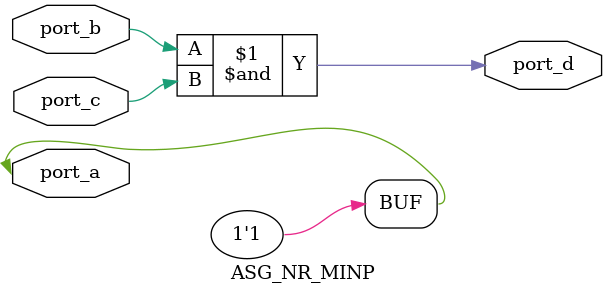
<source format=v>
module ASG_NR_MINP (port_a, port_b,port_c,port_d);
   input port_a,port_b,port_c;
   output port_d;
   assign port_a = 1'b1;
   assign port_d = port_b & port_c;
endmodule

</source>
